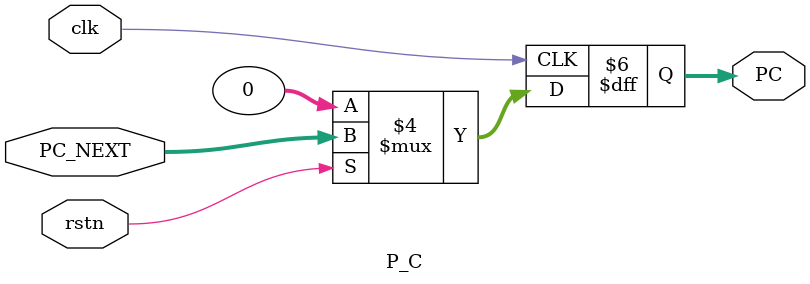
<source format=v>
module P_C(PC_NEXT,clk,rstn,PC);
input[31:0] PC_NEXT;
input clk,rstn;


output reg[31:0] PC;


always @(posedge clk) begin
    if(rstn == 1'b0)
    PC <= 32'h00000000;
    else
    PC <= PC_NEXT;
end



endmodule
</source>
